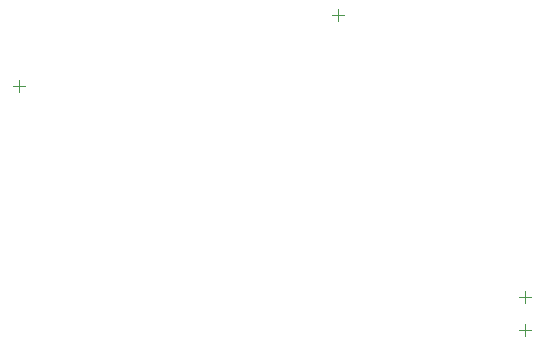
<source format=gbr>
%TF.GenerationSoftware,Altium Limited,Altium Designer,24.7.2 (38)*%
G04 Layer_Color=8388736*
%FSLAX45Y45*%
%MOMM*%
%TF.SameCoordinates,313A2AA4-CFAA-4B56-AAC7-ADE98D6BBF51*%
%TF.FilePolarity,Positive*%
%TF.FileFunction,Other,Top_Component_Center*%
%TF.Part,Single*%
G01*
G75*
%TA.AperFunction,NonConductor*%
%ADD98C,0.10000*%
%ADD99C,0.05000*%
D98*
X4747500Y3672500D02*
X4847500D01*
X4797500Y3622500D02*
Y3722500D01*
Y3902500D02*
Y4002500D01*
X4747500Y3952500D02*
X4847500D01*
X3169000Y6342500D02*
X3269000D01*
X3219000Y6292500D02*
Y6392500D01*
D99*
X517499Y5692526D02*
Y5792526D01*
X467499Y5742526D02*
X567499D01*
%TF.MD5,4c4f34f5a317b0f18fd73ea33ae2c92f*%
M02*

</source>
